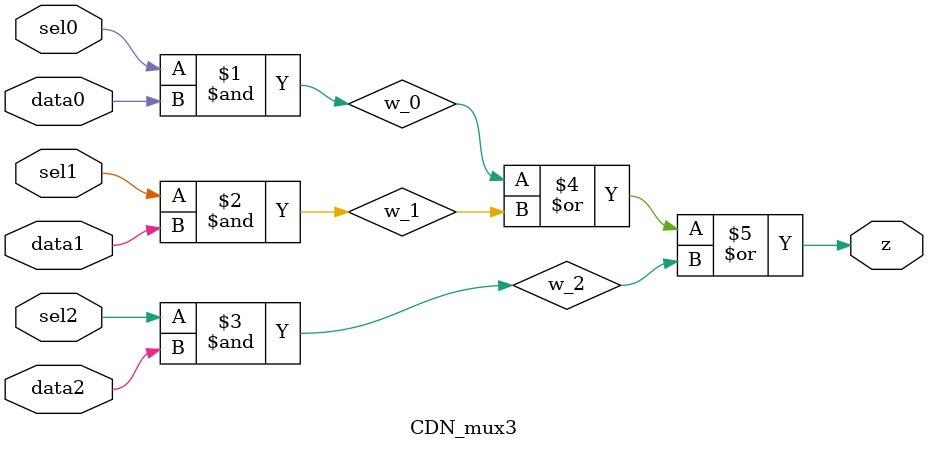
<source format=v>


// Verification Directory fv/top 

module top(clk, ena, rst, Tsync, Tgdel, Tgate, Tlen, Sync, Gate, Done,
     prev_state, prev_cnt, prev_cnt_len, cnt, state);
  input clk, ena, rst;
  input [7:0] Tsync, Tgdel;
  input [15:0] Tgate, Tlen, prev_cnt, prev_cnt_len;
  input [4:0] prev_state;
  output Sync, Gate, Done;
  output [15:0] cnt;
  output [4:0] state;
  wire clk, ena, rst;
  wire [7:0] Tsync, Tgdel;
  wire [15:0] Tgate, Tlen, prev_cnt, prev_cnt_len;
  wire [4:0] prev_state;
  wire Sync, Gate, Done;
  wire [15:0] cnt;
  wire [4:0] state;
  wire n_15, n_23, n_27, n_28, n_29, n_376, n_377, n_472;
  wire n_473, n_474, n_475, n_476, n_477, n_478, n_479, n_480;
  assign state[1] = Sync;
  assign state[2] = 1'b0;
  assign state[3] = 1'b0;
  assign state[4] = 1'b0;
  assign Done = 1'b0;
  assign Gate = 1'b0;
  CDN_mux3 mux_cnt_125_11_g257(.sel0 (n_376), .data0 (1'b0), .sel1
       (Sync), .data1 (Tsync[2]), .sel2 (n_377), .data2 (prev_cnt[2]),
       .z (cnt[2]));
  CDN_mux3 mux_cnt_125_11_g260(.sel0 (n_376), .data0 (1'b0), .sel1
       (Sync), .data1 (Tsync[1]), .sel2 (n_377), .data2 (prev_cnt[1]),
       .z (cnt[1]));
  CDN_mux3 mux_cnt_125_11_g263(.sel0 (n_376), .data0 (1'b0), .sel1
       (Sync), .data1 (Tsync[0]), .sel2 (n_377), .data2 (prev_cnt[0]),
       .z (cnt[0]));
  CDN_mux3 mux_cnt_125_11_g287(.sel0 (n_376), .data0 (1'b0), .sel1
       (Sync), .data1 (Tsync[7]), .sel2 (n_377), .data2 (prev_cnt[7]),
       .z (cnt[7]));
  CDN_mux3 mux_cnt_125_11_g293(.sel0 (n_376), .data0 (1'b0), .sel1
       (Sync), .data1 (Tsync[6]), .sel2 (n_377), .data2 (prev_cnt[6]),
       .z (cnt[6]));
  CDN_mux3 mux_cnt_125_11_g296(.sel0 (n_376), .data0 (1'b0), .sel1
       (Sync), .data1 (Tsync[5]), .sel2 (n_377), .data2 (prev_cnt[5]),
       .z (cnt[5]));
  CDN_mux3 mux_cnt_125_11_g299(.sel0 (n_376), .data0 (1'b0), .sel1
       (Sync), .data1 (Tsync[4]), .sel2 (n_377), .data2 (prev_cnt[4]),
       .z (cnt[4]));
  CDN_mux3 mux_cnt_125_11_g302(.sel0 (n_376), .data0 (1'b0), .sel1
       (Sync), .data1 (Tsync[3]), .sel2 (n_377), .data2 (prev_cnt[3]),
       .z (cnt[3]));
  not g10 (state[0], Sync);
  nor g31 (Sync, n_15, prev_state[4], prev_state[1], rst);
  not g339 (n_472, rst);
  not g340 (n_473, prev_state[1]);
  not g341 (n_474, prev_state[4]);
  not g342 (n_475, prev_state[2]);
  not g343 (n_476, prev_state[3]);
  nand g344 (n_23, n_476, n_475, prev_state[0]);
  not g345 (n_477, n_23);
  nand g346 (n_15, n_477, ena);
  nand g347 (n_376, ena, n_472);
  nor g348 (n_28, n_376, n_474);
  not g349 (n_478, n_28);
  nor g350 (n_27, n_376, n_473);
  not g351 (n_479, n_27);
  nor g352 (n_29, n_477, n_376);
  not g353 (n_480, n_29);
  nand g354 (n_377, n_478, n_479, n_480);
  and g355 (cnt[14], n_377, prev_cnt[14]);
  and g356 (cnt[13], n_377, prev_cnt[13]);
  and g357 (cnt[12], n_377, prev_cnt[12]);
  and g358 (cnt[11], n_377, prev_cnt[11]);
  and g359 (cnt[10], n_377, prev_cnt[10]);
  and g360 (cnt[9], n_377, prev_cnt[9]);
  and g361 (cnt[8], n_377, prev_cnt[8]);
  and g362 (cnt[15], n_377, prev_cnt[15]);
endmodule

`ifdef RC_CDN_GENERIC_GATE
`else
`ifdef ONE_HOT_MUX // captures one-hot property of select inputs
module CDN_mux3(sel0, data0, sel1, data1, sel2, data2, z);
  input sel0, data0, sel1, data1, sel2, data2;
  output z;
  wire sel0, data0, sel1, data1, sel2, data2;
  reg  z;
  always 
    @(sel0 or sel1 or sel2 or data0 or data1 or data2) 
      case ({sel0, sel1, sel2})
       3'b100: z = data0;
       3'b010: z = data1;
       3'b001: z = data2;
       default: z = 1'bX;
      endcase
endmodule
`else
module CDN_mux3(sel0, data0, sel1, data1, sel2, data2, z);
  input sel0, data0, sel1, data1, sel2, data2;
  output z;
  wire sel0, data0, sel1, data1, sel2, data2;
  wire z;
  wire w_0, w_1, w_2;
  and a_0 (w_0, sel0, data0);
  and a_1 (w_1, sel1, data1);
  and a_2 (w_2, sel2, data2);
  or org (z, w_0, w_1, w_2);
endmodule
`endif // ONE_HOT_MUX
`endif

</source>
